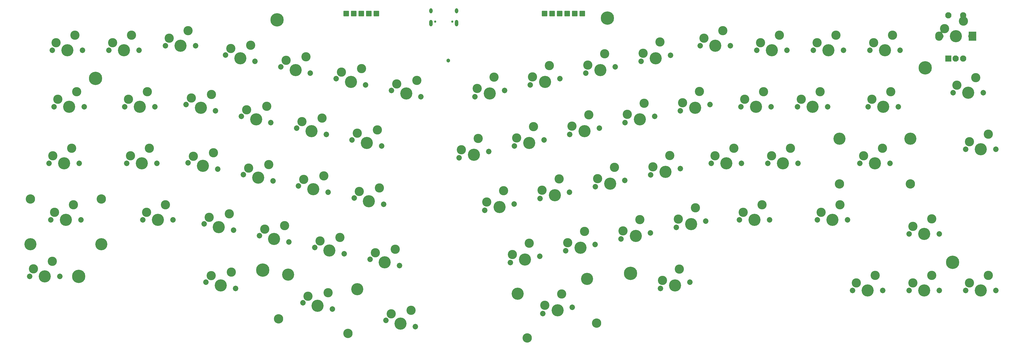
<source format=gts>
G04 #@! TF.GenerationSoftware,KiCad,Pcbnew,(6.0.2)*
G04 #@! TF.CreationDate,2022-03-31T17:31:01+05:30*
G04 #@! TF.ProjectId,arisu,61726973-752e-46b6-9963-61645f706362,1.1*
G04 #@! TF.SameCoordinates,Original*
G04 #@! TF.FileFunction,Soldermask,Top*
G04 #@! TF.FilePolarity,Negative*
%FSLAX46Y46*%
G04 Gerber Fmt 4.6, Leading zero omitted, Abs format (unit mm)*
G04 Created by KiCad (PCBNEW (6.0.2)) date 2022-03-31 17:31:01*
%MOMM*%
%LPD*%
G01*
G04 APERTURE LIST*
G04 Aperture macros list*
%AMRoundRect*
0 Rectangle with rounded corners*
0 $1 Rounding radius*
0 $2 $3 $4 $5 $6 $7 $8 $9 X,Y pos of 4 corners*
0 Add a 4 corners polygon primitive as box body*
4,1,4,$2,$3,$4,$5,$6,$7,$8,$9,$2,$3,0*
0 Add four circle primitives for the rounded corners*
1,1,$1+$1,$2,$3*
1,1,$1+$1,$4,$5*
1,1,$1+$1,$6,$7*
1,1,$1+$1,$8,$9*
0 Add four rect primitives between the rounded corners*
20,1,$1+$1,$2,$3,$4,$5,0*
20,1,$1+$1,$4,$5,$6,$7,0*
20,1,$1+$1,$6,$7,$8,$9,0*
20,1,$1+$1,$8,$9,$2,$3,0*%
G04 Aperture macros list end*
%ADD10C,3.102000*%
%ADD11C,1.852000*%
%ADD12C,4.089800*%
%ADD13C,3.150000*%
%ADD14C,4.502000*%
%ADD15C,1.302000*%
%ADD16RoundRect,0.051000X1.000000X-1.000000X1.000000X1.000000X-1.000000X1.000000X-1.000000X-1.000000X0*%
%ADD17C,2.102000*%
%ADD18O,2.602000X3.102000*%
%ADD19RoundRect,0.051000X1.250000X-1.500000X1.250000X1.500000X-1.250000X1.500000X-1.250000X-1.500000X0*%
%ADD20RoundRect,0.051000X-0.850000X-0.850000X0.850000X-0.850000X0.850000X0.850000X-0.850000X0.850000X0*%
%ADD21C,0.752000*%
%ADD22O,1.102000X2.202000*%
%ADD23O,1.102000X1.702000*%
G04 APERTURE END LIST*
D10*
X126961113Y-82260402D03*
D11*
X135128750Y-86593231D03*
X125190770Y-84480849D03*
D12*
X130159760Y-85537040D03*
D10*
X133700446Y-81096146D03*
D12*
X116969310Y-102293232D03*
D11*
X112000320Y-101237041D03*
D10*
X120509996Y-97852338D03*
X113770663Y-99016594D03*
D11*
X121938300Y-103349423D03*
D12*
X148880648Y-89600618D03*
D10*
X145682001Y-86323980D03*
D11*
X143911658Y-88544427D03*
X153849638Y-90656809D03*
D10*
X152421334Y-85159724D03*
D11*
X233775098Y-102361987D03*
X243713078Y-100249605D03*
D10*
X240172392Y-95808710D03*
D12*
X238744088Y-101305796D03*
D10*
X234489250Y-99613445D03*
D11*
X184625660Y-54382219D03*
D10*
X185339812Y-51633677D03*
X191022954Y-47828942D03*
D11*
X194563640Y-52269837D03*
D12*
X189594650Y-53326028D03*
D10*
X203973524Y-47672959D03*
X209656666Y-43868224D03*
D11*
X203259372Y-50421501D03*
X213197352Y-48309119D03*
D12*
X208228362Y-49365310D03*
D10*
X207236417Y-85930610D03*
D11*
X216460245Y-86566770D03*
D12*
X211491255Y-87622961D03*
D11*
X206522265Y-88679152D03*
D10*
X212919559Y-82125875D03*
D12*
X131611575Y-124882058D03*
D11*
X126642585Y-123825867D03*
D12*
X145005012Y-119289499D03*
X121650760Y-114325400D03*
D13*
X141836438Y-134196469D03*
D10*
X128412928Y-121605420D03*
D13*
X118482186Y-129232369D03*
D11*
X136580565Y-125938249D03*
D10*
X135152261Y-120441164D03*
X151723667Y-65535830D03*
D11*
X153151971Y-71032915D03*
X143213991Y-68920533D03*
D10*
X144984334Y-66700086D03*
D12*
X148182981Y-69976724D03*
D11*
X283213480Y-76814680D03*
D12*
X288293480Y-76814680D03*
D10*
X290833480Y-71734680D03*
X284483480Y-74274680D03*
D11*
X293373480Y-76814680D03*
D12*
X201476665Y-109227231D03*
D10*
X197221827Y-107534880D03*
X202904969Y-103730145D03*
D11*
X206445655Y-108171040D03*
X196507675Y-110283422D03*
X274164760Y-57775080D03*
D10*
X275434760Y-55235080D03*
D12*
X279244760Y-57775080D03*
D10*
X281784760Y-52695080D03*
D11*
X284324760Y-57775080D03*
D12*
X265554760Y-37224695D03*
D11*
X270634760Y-37224695D03*
X260474760Y-37224695D03*
D10*
X268094760Y-32144695D03*
X261744760Y-34684695D03*
X163104766Y-126394735D03*
D11*
X154595090Y-129779438D03*
D10*
X156365433Y-127558991D03*
D11*
X164533070Y-131891820D03*
D12*
X159564080Y-130835629D03*
D10*
X225870129Y-81969893D03*
X231553271Y-78165158D03*
D11*
X225155977Y-84718435D03*
D12*
X230124967Y-83662244D03*
D11*
X235093957Y-82606053D03*
X124580281Y-64959806D03*
D10*
X133089957Y-61575103D03*
X126350624Y-62739359D03*
D12*
X129549271Y-66015997D03*
D11*
X134518261Y-67072188D03*
D10*
X127733906Y-40961025D03*
D11*
X129162210Y-46458110D03*
D12*
X124193220Y-45401919D03*
D11*
X119224230Y-44345728D03*
D10*
X120994573Y-42125281D03*
D11*
X283858640Y-95869760D03*
X273698640Y-95869760D03*
D10*
X274968640Y-93329760D03*
D12*
X278778640Y-95869760D03*
D10*
X281318640Y-90789760D03*
X185666727Y-68443041D03*
X179983585Y-72247776D03*
D11*
X179269433Y-74996318D03*
X189207413Y-72883936D03*
D12*
X184238423Y-73940127D03*
D10*
X253442237Y-112456684D03*
D12*
X252013933Y-117953770D03*
D11*
X256982923Y-116897579D03*
D10*
X247759095Y-116261419D03*
D11*
X247044943Y-119009961D03*
D10*
X235884720Y-60365623D03*
D11*
X235170568Y-63114165D03*
D12*
X240139558Y-62057974D03*
D11*
X245108548Y-61001783D03*
D10*
X241567862Y-56560888D03*
D11*
X264154760Y-76825080D03*
D10*
X271774760Y-71745080D03*
D12*
X269234760Y-76825080D03*
D10*
X265424760Y-74285080D03*
D11*
X274314760Y-76825080D03*
D10*
X198617296Y-68287058D03*
D12*
X202872134Y-69979409D03*
D11*
X207841124Y-68923218D03*
D10*
X204300438Y-64482323D03*
D11*
X197903144Y-71035600D03*
D10*
X260201574Y-52600170D03*
X254518432Y-56404905D03*
D11*
X253804280Y-59153447D03*
D12*
X258773270Y-58097256D03*
D11*
X263742260Y-57041065D03*
D12*
X245495785Y-41443875D03*
D11*
X250464775Y-40387684D03*
D10*
X241240947Y-39751524D03*
X246924089Y-35946789D03*
D11*
X240526795Y-42500066D03*
D12*
X257377800Y-97345078D03*
D10*
X258806104Y-91847992D03*
D11*
X262346790Y-96288887D03*
D10*
X253122962Y-95652727D03*
D11*
X252408810Y-98401269D03*
D10*
X244503841Y-78009175D03*
D11*
X243789689Y-80757717D03*
X253727669Y-78645335D03*
D10*
X250186983Y-74204440D03*
D12*
X248758679Y-79701526D03*
D10*
X146367618Y-44921743D03*
D12*
X142826932Y-49362637D03*
D11*
X137857942Y-48306446D03*
D10*
X139628285Y-46085999D03*
D11*
X147795922Y-50418828D03*
X130634029Y-105197768D03*
D12*
X135603019Y-106253959D03*
D11*
X140572009Y-107310150D03*
D10*
X139143705Y-101813065D03*
X132404372Y-102977321D03*
D11*
X231831064Y-44348402D03*
D10*
X228290378Y-39907507D03*
D11*
X221893084Y-46460784D03*
D10*
X222607236Y-43712242D03*
D12*
X226862074Y-45404593D03*
D10*
X217251008Y-64326341D03*
D11*
X216536856Y-67074883D03*
X226474836Y-64962501D03*
D10*
X222934150Y-60521606D03*
D12*
X221505846Y-66018692D03*
X192857544Y-91583679D03*
D11*
X197826534Y-90527488D03*
D10*
X188602706Y-89891328D03*
X194285848Y-86086593D03*
D11*
X187888554Y-92639870D03*
X149267739Y-109158495D03*
D10*
X157777415Y-105773792D03*
D11*
X159205719Y-111270877D03*
D12*
X154236729Y-110214686D03*
D10*
X151038082Y-106938048D03*
X221538681Y-99769427D03*
X215855539Y-103574162D03*
D11*
X215141387Y-106322704D03*
X225079367Y-104210322D03*
D12*
X220110377Y-105266513D03*
D10*
X165001330Y-48882460D03*
X158261997Y-50046716D03*
D11*
X156491654Y-52267163D03*
X166429634Y-54379545D03*
D12*
X161460644Y-53323354D03*
D10*
X89780871Y-74441799D03*
D11*
X88010528Y-76662246D03*
X97948508Y-78774628D03*
D10*
X96520204Y-73277543D03*
D12*
X92979518Y-77718437D03*
D11*
X97250841Y-59150735D03*
D10*
X95822537Y-53653650D03*
X89083204Y-54817906D03*
D12*
X92281851Y-58094544D03*
D11*
X87312861Y-57038353D03*
D10*
X87980000Y-32134535D03*
D11*
X90520000Y-37214535D03*
X80360000Y-37214535D03*
D10*
X81630000Y-34674535D03*
D12*
X85440000Y-37214535D03*
D10*
X74290000Y-52684920D03*
D11*
X66670000Y-57764920D03*
D12*
X71750000Y-57764920D03*
D11*
X76830000Y-57764920D03*
D10*
X67940000Y-55224920D03*
D12*
X39690040Y-114914680D03*
D10*
X42230040Y-109834680D03*
X35880040Y-112374680D03*
D11*
X34610040Y-114914680D03*
X44770040Y-114914680D03*
D10*
X49880000Y-33634920D03*
X43530000Y-36174920D03*
D12*
X47340000Y-38714920D03*
D11*
X42260000Y-38714920D03*
X52420000Y-38714920D03*
D12*
X72450000Y-76814920D03*
D11*
X77530000Y-76814920D03*
D10*
X74990000Y-71734920D03*
D11*
X67370000Y-76814920D03*
D10*
X68640000Y-74274920D03*
D12*
X46253400Y-76814680D03*
D11*
X51333400Y-76814680D03*
D10*
X42443400Y-74274680D03*
X48793400Y-71734680D03*
D11*
X41173400Y-76814680D03*
X71470000Y-38714920D03*
D12*
X66390000Y-38714920D03*
D11*
X61310000Y-38714920D03*
D10*
X62580000Y-36174920D03*
X68930000Y-33634920D03*
D12*
X111613228Y-81679164D03*
D11*
X116582218Y-82735355D03*
X106644238Y-80622973D03*
D10*
X108414581Y-78402526D03*
X115153914Y-77238270D03*
X107716914Y-58778632D03*
D12*
X110915561Y-62055270D03*
D11*
X105946571Y-60999079D03*
X115884551Y-63111461D03*
D10*
X114456247Y-57614376D03*
X102546086Y-113506775D03*
D11*
X94036410Y-116891478D03*
D10*
X95806753Y-114671031D03*
D12*
X99005400Y-117947669D03*
D11*
X103974390Y-119003860D03*
D12*
X77800000Y-95864920D03*
D11*
X72720000Y-95864920D03*
D10*
X73990000Y-93324920D03*
X80340000Y-90784920D03*
D11*
X82880000Y-95864920D03*
D12*
X47939960Y-57759600D03*
D10*
X44129960Y-55219600D03*
D11*
X53019960Y-57759600D03*
D10*
X50479960Y-52679600D03*
D11*
X42859960Y-57759600D03*
X93366610Y-97276315D03*
D10*
X101876286Y-93891612D03*
D12*
X98335600Y-98332506D03*
D10*
X95136953Y-95055868D03*
D11*
X103304590Y-99388697D03*
D10*
X346879760Y-50472596D03*
X353229760Y-47932596D03*
D12*
X350689760Y-53012596D03*
D11*
X355769760Y-53012596D03*
X345609760Y-53012596D03*
D10*
X300834760Y-52695080D03*
D11*
X303374760Y-57775080D03*
D12*
X298294760Y-57775080D03*
D11*
X293214760Y-57775080D03*
D10*
X294484760Y-55235080D03*
X357499709Y-66982599D03*
D11*
X360039709Y-72062599D03*
D10*
X351149709Y-69522599D03*
D11*
X349879709Y-72062599D03*
D12*
X354959709Y-72062599D03*
D13*
X307319680Y-83820000D03*
D11*
X314177680Y-76835000D03*
D12*
X319257680Y-76835000D03*
X331195680Y-68580000D03*
D11*
X324337680Y-76835000D03*
D10*
X315447680Y-74295000D03*
D12*
X307319680Y-68580000D03*
D10*
X321797680Y-71755000D03*
D13*
X331195680Y-83820000D03*
D11*
X327784760Y-38725080D03*
X317624760Y-38725080D03*
D10*
X325244760Y-33645080D03*
D12*
X322704760Y-38725080D03*
D10*
X318894760Y-36185080D03*
X351159869Y-117137423D03*
D11*
X360049869Y-119677423D03*
X349889869Y-119677423D03*
D12*
X354969869Y-119677423D03*
D10*
X357509869Y-114597423D03*
X342712040Y-31429960D03*
X349062040Y-28889960D03*
D11*
X341442040Y-33969960D03*
D12*
X346522040Y-33969960D03*
D11*
X351602040Y-33969960D03*
D12*
X322126280Y-57759600D03*
D11*
X327206280Y-57759600D03*
D10*
X318316280Y-55219600D03*
D11*
X317046280Y-57759600D03*
D10*
X324666280Y-52679600D03*
X280794760Y-36185080D03*
D12*
X284604760Y-38725080D03*
D11*
X289684760Y-38725080D03*
X279524760Y-38725080D03*
D10*
X287144760Y-33645080D03*
X301166200Y-93324680D03*
X307516200Y-90784680D03*
D11*
X310056200Y-95864680D03*
X299896200Y-95864680D03*
D12*
X304976200Y-95864680D03*
D10*
X306194760Y-33645080D03*
D11*
X298574760Y-38725080D03*
D12*
X303654760Y-38725080D03*
D10*
X299844760Y-36185080D03*
D11*
X308734760Y-38725080D03*
D10*
X313059869Y-117137423D03*
X319409869Y-114597423D03*
D12*
X316869869Y-119677423D03*
D11*
X321949869Y-119677423D03*
X311789869Y-119677423D03*
X340999869Y-100627423D03*
D10*
X338459869Y-95547423D03*
D12*
X335919869Y-100627423D03*
D11*
X330839869Y-100627423D03*
D10*
X332109869Y-98087423D03*
D11*
X330839869Y-119677423D03*
X340999869Y-119677423D03*
D12*
X335919869Y-119677423D03*
D10*
X332109869Y-117137423D03*
X338459869Y-114597423D03*
D11*
X51922680Y-95859600D03*
D12*
X58780680Y-104114600D03*
D13*
X58780680Y-88874600D03*
D12*
X34904680Y-104114600D03*
X46842680Y-95859600D03*
D10*
X43032680Y-93319600D03*
D13*
X34904680Y-88874600D03*
D10*
X49382680Y-90779600D03*
D11*
X41762680Y-95859600D03*
D10*
X109100195Y-37000307D03*
X102360862Y-38164563D03*
D11*
X100590519Y-40385010D03*
D12*
X105559509Y-41441201D03*
D11*
X110528499Y-42497392D03*
D13*
X225536906Y-130724950D03*
D12*
X212407517Y-126374639D03*
D11*
X217376507Y-125318448D03*
D12*
X199014080Y-120782080D03*
D10*
X213835821Y-120877553D03*
D13*
X202182654Y-135689050D03*
D12*
X222368332Y-115817981D03*
D10*
X208152679Y-124682288D03*
D11*
X207438527Y-127430830D03*
D14*
X51197500Y-114920000D03*
X117932200Y-28524200D03*
X229192785Y-27932509D03*
X236982000Y-113944400D03*
X336245200Y-44704000D03*
X345449949Y-110157503D03*
X56865000Y-48245000D03*
X113157000Y-112781080D03*
D15*
X175590200Y-42214800D03*
D16*
X344006800Y-41489200D03*
D17*
X349006800Y-41489200D03*
X346506800Y-41489200D03*
D18*
X340906800Y-33989200D03*
D19*
X352106800Y-33989200D03*
D17*
X344006800Y-26989200D03*
X349006800Y-26989200D03*
D20*
X220726000Y-26416000D03*
X213106000Y-26416000D03*
X208026000Y-26416000D03*
X218186000Y-26416000D03*
X210566000Y-26416000D03*
X215646000Y-26416000D03*
X141224000Y-26416000D03*
X151384000Y-26416000D03*
X146304000Y-26416000D03*
X148844000Y-26416000D03*
X143764000Y-26416000D03*
D21*
X176961280Y-29084600D03*
X171181280Y-29084600D03*
D22*
X169751280Y-29614600D03*
D23*
X178391280Y-25434600D03*
X169751280Y-25434600D03*
D22*
X178391280Y-29614600D03*
G36*
X341453656Y-32331915D02*
G01*
X341458876Y-32340433D01*
X341616736Y-32525264D01*
X341801567Y-32683124D01*
X342008810Y-32810123D01*
X342164440Y-32874587D01*
X342165658Y-32876174D01*
X342164893Y-32878022D01*
X342163016Y-32878323D01*
X342157096Y-32876256D01*
X342087628Y-32872753D01*
X342027551Y-32907216D01*
X341995644Y-32968686D01*
X342002054Y-33037844D01*
X342006930Y-33047299D01*
X342006835Y-33049297D01*
X342005057Y-33050214D01*
X342003514Y-33049363D01*
X341901886Y-32904223D01*
X341741777Y-32744114D01*
X341556299Y-32614241D01*
X341351081Y-32518547D01*
X341298174Y-32504370D01*
X341296760Y-32502956D01*
X341297278Y-32501024D01*
X341298801Y-32500441D01*
X341367004Y-32504179D01*
X341427229Y-32469979D01*
X341459403Y-32408648D01*
X341453298Y-32339498D01*
X341450203Y-32333932D01*
X341450235Y-32331932D01*
X341451983Y-32330960D01*
X341453656Y-32331915D01*
G37*
M02*

</source>
